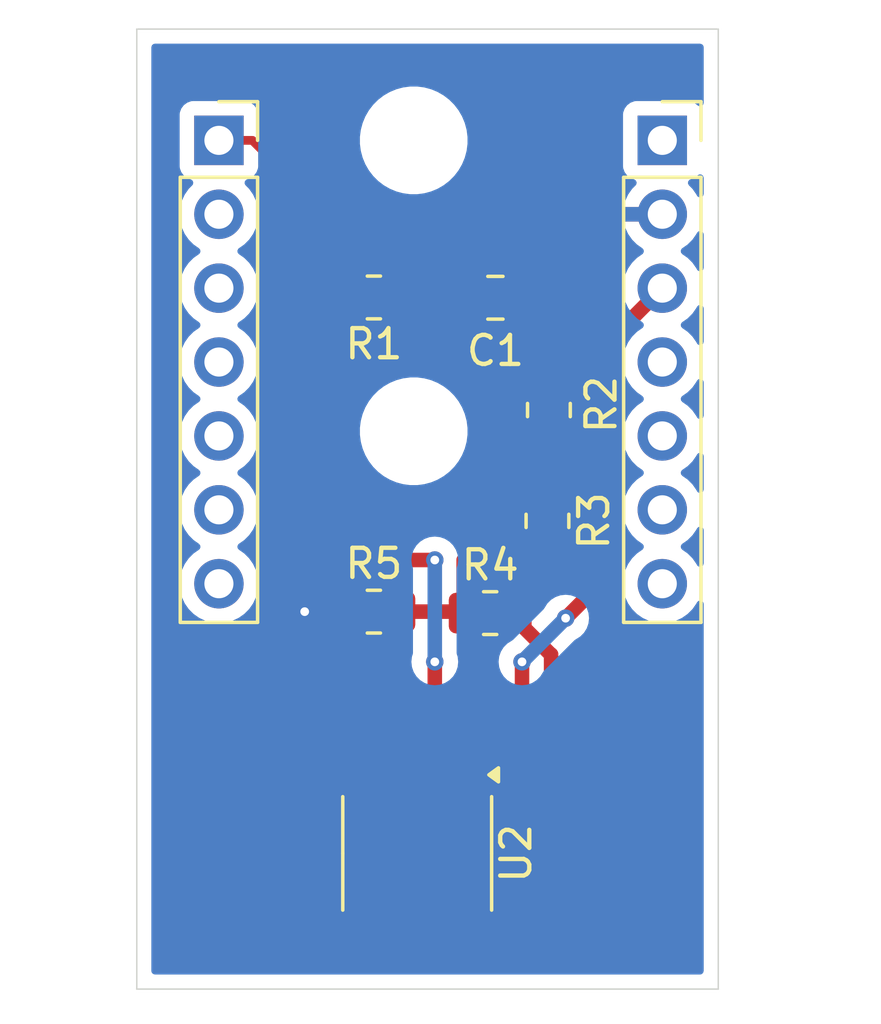
<source format=kicad_pcb>
(kicad_pcb (version 20240108) (generator "pcbnew") (generator_version "8.0")
  (layers (0 "F.Cu" signal) (31 "B.Cu" power) (34 "B.Paste" user) (35 "F.Paste" user) (36 "B.SilkS" user "B.Silkscreen") (37 "F.SilkS" user "F.Silkscreen") (38 "B.Mask" user) (39 "F.Mask" user) (44 "Edge.Cuts" user))
  (net 0 "")
  (net 1 "D0{slash}A0 (ADC)")
  (net 2 "GND")
  (net 3 "Net-(J1-Pin_1)")
  (net 8 "+3.3V")
  (net 16 "Net-(U2A--)")
  (net 17 "Net-(R2-Pad1)")
  (net 18 "Net-(U2A-+)")
  (footprint "MountingHole:MountingHole_3.2mm_M3" (layer "F.Cu") (at 120.525 60.825)
    (property "Reference" "H1")
    (property "Value" "MountingHole")
    (pad "" np_thru_hole circle (at 0 0) (size 3.2 3.2) (drill 3.2) (layers "*.Cu" "*.Mask"))
  )
  (footprint "MountingHole:MountingHole_3.2mm_M3" (layer "F.Cu") (at 120.525 70.825)
    (property "Reference" "H2")
    (property "Value" "MountingHole")
    (pad "" np_thru_hole circle (at 0 0) (size 3.2 3.2) (drill 3.2) (layers "*.Cu" "*.Mask"))
  )
  (footprint "Capacitor_SMD:C_0805_2012Metric" (layer "F.Cu") (at 123.335 66.235)
    (property "Reference" "C1" (at 0 1.82 360) (layer "F.SilkS"))
    (property "Value" "100nF")
    (fp_line (start -0.261252 -0.735) (end 0.261252 -0.735) (stroke (width 0.12)) (layer "F.SilkS"))
    (fp_line (start -0.261252 0.735) (end 0.261252 0.735) (stroke (width 0.12)) (layer "F.SilkS"))
    (pad "1" smd roundrect (at -0.95 0) (size 1 1.45) (layers "F.Cu" "F.Paste" "F.Mask") (net 1 "D0{slash}A0 (ADC)"))
    (pad "2" smd roundrect (at 0.95 0) (size 1 1.45) (layers "F.Cu" "F.Paste" "F.Mask") (net 2 "GND"))
  )
  (footprint "Connector_PinSocket_2.54mm:PinSocket_1x07_P2.54mm_Vertical" (layer "F.Cu") (at 129.075 60.825)
    (property "Reference" "J3")
    (property "Value" "Conn_01x07_Socket")
    (fp_line (start -1.33 1.27) (end -1.33 16.57) (stroke (width 0.12)) (layer "F.SilkS"))
    (fp_line (start -1.33 1.27) (end 1.33 1.27) (stroke (width 0.12)) (layer "F.SilkS"))
    (fp_line (start -1.33 16.57) (end 1.33 16.57) (stroke (width 0.12)) (layer "F.SilkS"))
    (fp_line (start 0 -1.33) (end 1.33 -1.33) (stroke (width 0.12)) (layer "F.SilkS"))
    (fp_line (start 1.33 -1.33) (end 1.33 0) (stroke (width 0.12)) (layer "F.SilkS"))
    (fp_line (start 1.33 1.27) (end 1.33 16.57) (stroke (width 0.12)) (layer "F.SilkS"))
    (pad "1" thru_hole rect (at 0 0) (size 1.7 1.7) (drill 1) (layers "*.Cu" "*.Mask"))
    (pad "2" thru_hole oval (at 0 2.54) (size 1.7 1.7) (drill 1) (layers "*.Cu" "*.Mask") (net 2 "GND"))
    (pad "3" thru_hole oval (at 0 5.08) (size 1.7 1.7) (drill 1) (layers "*.Cu" "*.Mask") (net 8 "+3.3V"))
    (pad "4" thru_hole oval (at 0 7.62) (size 1.7 1.7) (drill 1) (layers "*.Cu" "*.Mask"))
    (pad "5" thru_hole oval (at 0 10.16) (size 1.7 1.7) (drill 1) (layers "*.Cu" "*.Mask"))
    (pad "6" thru_hole oval (at 0 12.7) (size 1.7 1.7) (drill 1) (layers "*.Cu" "*.Mask"))
    (pad "7" thru_hole oval (at 0 15.24) (size 1.7 1.7) (drill 1) (layers "*.Cu" "*.Mask"))
  )
  (footprint "Resistor_SMD:R_0805_2012Metric" (layer "F.Cu") (at 119.155 66.225)
    (property "Reference" "R1" (at 0 1.6 360) (layer "F.SilkS"))
    (property "Value" "1k")
    (fp_line (start -0.227064 -0.735) (end 0.227064 -0.735) (stroke (width 0.12)) (layer "F.SilkS"))
    (fp_line (start -0.227064 0.735) (end 0.227064 0.735) (stroke (width 0.12)) (layer "F.SilkS"))
    (pad "1" smd roundrect (at -0.9125 0) (size 1.025 1.4) (layers "F.Cu" "F.Paste" "F.Mask") (roundrect_rratio 0.243902) (net 16 "Net-(U2A--)"))
    (pad "2" smd roundrect (at 0.9125 0) (size 1.025 1.4) (layers "F.Cu" "F.Paste" "F.Mask") (roundrect_rratio 0.243902) (net 1 "D0{slash}A0 (ADC)"))
  )
  (footprint "Resistor_SMD:R_0805_2012Metric" (layer "F.Cu") (at 119.155 77.025)
    (property "Reference" "R5" (at 0 -1.65 0) (layer "F.SilkS"))
    (property "Value" "10k")
    (fp_line (start -0.227064 -0.735) (end 0.227064 -0.735) (stroke (width 0.12)) (layer "F.SilkS"))
    (fp_line (start -0.227064 0.735) (end 0.227064 0.735) (stroke (width 0.12)) (layer "F.SilkS"))
    (pad "1" smd roundrect (at -0.9125 0) (size 1.025 1.4) (layers "F.Cu" "F.Paste" "F.Mask") (roundrect_rratio 0.243902) (net 2 "GND"))
    (pad "2" smd roundrect (at 0.9125 0) (size 1.025 1.4) (layers "F.Cu" "F.Paste" "F.Mask") (roundrect_rratio 0.243902) (net 18 "Net-(U2A-+)"))
  )
  (footprint "Connector_PinSocket_2.54mm:PinSocket_1x07_P2.54mm_Vertical" (layer "F.Cu") (at 113.825 60.825)
    (property "Reference" "J4")
    (property "Value" "Conn_01x07_Socket")
    (fp_line (start -1.33 1.27) (end -1.33 16.57) (stroke (width 0.12)) (layer "F.SilkS"))
    (fp_line (start -1.33 1.27) (end 1.33 1.27) (stroke (width 0.12)) (layer "F.SilkS"))
    (fp_line (start -1.33 16.57) (end 1.33 16.57) (stroke (width 0.12)) (layer "F.SilkS"))
    (fp_line (start 0 -1.33) (end 1.33 -1.33) (stroke (width 0.12)) (layer "F.SilkS"))
    (fp_line (start 1.33 -1.33) (end 1.33 0) (stroke (width 0.12)) (layer "F.SilkS"))
    (fp_line (start 1.33 1.27) (end 1.33 16.57) (stroke (width 0.12)) (layer "F.SilkS"))
    (pad "1" thru_hole rect (at 0 0) (size 1.7 1.7) (drill 1) (layers "*.Cu" "*.Mask") (net 1 "D0{slash}A0 (ADC)"))
    (pad "2" thru_hole oval (at 0 2.54) (size 1.7 1.7) (drill 1) (layers "*.Cu" "*.Mask"))
    (pad "3" thru_hole oval (at 0 5.08) (size 1.7 1.7) (drill 1) (layers "*.Cu" "*.Mask"))
    (pad "4" thru_hole oval (at 0 7.62) (size 1.7 1.7) (drill 1) (layers "*.Cu" "*.Mask"))
    (pad "5" thru_hole oval (at 0 10.16) (size 1.7 1.7) (drill 1) (layers "*.Cu" "*.Mask"))
    (pad "6" thru_hole oval (at 0 12.7) (size 1.7 1.7) (drill 1) (layers "*.Cu" "*.Mask"))
    (pad "7" thru_hole oval (at 0 15.24) (size 1.7 1.7) (drill 1) (layers "*.Cu" "*.Mask"))
  )
  (footprint "Resistor_SMD:R_0805_2012Metric" (layer "F.Cu") (at 123.155 77.075)
    (property "Reference" "R4" (at 0 -1.65 0) (layer "F.SilkS"))
    (property "Value" "680k")
    (fp_line (start -0.227064 -0.735) (end 0.227064 -0.735) (stroke (width 0.12)) (layer "F.SilkS"))
    (fp_line (start -0.227064 0.735) (end 0.227064 0.735) (stroke (width 0.12)) (layer "F.SilkS"))
    (pad "1" smd roundrect (at -0.9125 0) (size 1.025 1.4) (layers "F.Cu" "F.Paste" "F.Mask") (roundrect_rratio 0.243902) (net 18 "Net-(U2A-+)"))
    (pad "2" smd roundrect (at 0.9125 0) (size 1.025 1.4) (layers "F.Cu" "F.Paste" "F.Mask") (roundrect_rratio 0.243902) (net 3 "Net-(J1-Pin_1)"))
  )
  (footprint "Connector_Wire:SolderWirePad_1x01_SMD_5x10mm" (layer "F.Cu") (at 114.525 84.025)
    (property "Reference" "J2")
    (property "Value" "Conn_01x01_Pin")
    (pad "1" smd rect (at 0 0) (size 5 10) (layers "F.Cu" "F.Paste" "F.Mask") (net 2 "GND"))
  )
  (footprint "Resistor_SMD:R_0805_2012Metric" (layer "F.Cu") (at 125.125 73.905 90)
    (property "Reference" "R3" (at 0 1.6 90) (layer "F.SilkS"))
    (property "Value" "1k")
    (fp_line (start -0.227064 -0.735) (end 0.227064 -0.735) (stroke (width 0.12)) (layer "F.SilkS"))
    (fp_line (start -0.227064 0.735) (end 0.227064 0.735) (stroke (width 0.12)) (layer "F.SilkS"))
    (pad "1" smd roundrect (at -0.9125 0 90) (size 1.025 1.4) (layers "F.Cu" "F.Paste" "F.Mask") (roundrect_rratio 0.243902) (net 18 "Net-(U2A-+)"))
    (pad "2" smd roundrect (at 0.9125 0 90) (size 1.025 1.4) (layers "F.Cu" "F.Paste" "F.Mask") (roundrect_rratio 0.243902) (net 17 "Net-(R2-Pad1)"))
  )
  (footprint "Connector_Wire:SolderWirePad_1x01_SMD_5x10mm" (layer "F.Cu") (at 127.775 83.975 180)
    (property "Reference" "J1")
    (property "Value" "Conn_01x01_Pin")
    (pad "1" smd rect (at 0 0 180) (size 5 10) (layers "F.Cu" "F.Paste" "F.Mask") (net 3 "Net-(J1-Pin_1)"))
  )
  (footprint "Package_SO:SOIC-8_3.9x4.9mm_P1.27mm" (layer "F.Cu") (at 120.645 85.335 -90)
    (property "Reference" "U2" (at 0 -3.4 90) (layer "F.SilkS"))
    (property "Value" "LM358")
    (fp_line (start 0 2.56) (end -1.95 2.56) (stroke (width 0.12)) (layer "F.SilkS"))
    (fp_line (start 0 2.56) (end 1.95 2.56) (stroke (width 0.12)) (layer "F.SilkS"))
    (fp_line (start 0 -2.56) (end -1.95 -2.56) (stroke (width 0.12)) (layer "F.SilkS"))
    (fp_line (start 0 -2.56) (end 1.95 -2.56) (stroke (width 0.12)) (layer "F.SilkS"))
    (fp_poly (pts (xy -2.7 -2.465) (xy -2.94 -2.795) (xy -2.46 -2.795) (xy -2.7 -2.465)) (stroke (width 0.12)) (fill solid) (layer "F.SilkS"))
    (pad "1" smd roundrect (at -2.475 -1.905 270) (size 1.95 0.6) (layers "F.Cu" "F.Paste" "F.Mask") (net 16 "Net-(U2A--)"))
    (pad "2" smd roundrect (at -2.475 -0.635 270) (size 1.95 0.6) (layers "F.Cu" "F.Paste" "F.Mask") (net 16 "Net-(U2A--)"))
    (pad "3" smd roundrect (at -2.475 0.635 270) (size 1.95 0.6) (layers "F.Cu" "F.Paste" "F.Mask") (net 18 "Net-(U2A-+)"))
    (pad "4" smd roundrect (at -2.475 1.905 270) (size 1.95 0.6) (layers "F.Cu" "F.Paste" "F.Mask") (net 2 "GND"))
    (pad "5" smd roundrect (at 2.475 1.905 270) (size 1.95 0.6) (layers "F.Cu" "F.Paste" "F.Mask"))
    (pad "6" smd roundrect (at 2.475 0.635 270) (size 1.95 0.6) (layers "F.Cu" "F.Paste" "F.Mask"))
    (pad "7" smd roundrect (at 2.475 -0.635 270) (size 1.95 0.6) (layers "F.Cu" "F.Paste" "F.Mask"))
    (pad "8" smd roundrect (at 2.475 -1.905 270) (size 1.95 0.6) (layers "F.Cu" "F.Paste" "F.Mask") (net 8 "+3.3V"))
  )
  (footprint "Resistor_SMD:R_0805_2012Metric" (layer "F.Cu") (at 125.175 70.095 90)
    (property "Reference" "R2" (at 0.19 1.8 90) (layer "F.SilkS"))
    (property "Value" "10k")
    (fp_line (start -0.227064 -0.735) (end 0.227064 -0.735) (stroke (width 0.12)) (layer "F.SilkS"))
    (fp_line (start -0.227064 0.735) (end 0.227064 0.735) (stroke (width 0.12)) (layer "F.SilkS"))
    (pad "1" smd roundrect (at -0.9125 0 90) (size 1.025 1.4) (layers "F.Cu" "F.Paste" "F.Mask") (roundrect_rratio 0.243902) (net 17 "Net-(R2-Pad1)"))
    (pad "2" smd roundrect (at 0.9125 0 90) (size 1.025 1.4) (layers "F.Cu" "F.Paste" "F.Mask") (roundrect_rratio 0.243902) (net 8 "+3.3V"))
  )
  (gr_line (start 131 90) (end 131 57) (stroke (width 0.05)) (layer "Edge.Cuts"))
  (gr_line (start 111 90) (end 131 90) (stroke (width 0.05)) (layer "Edge.Cuts"))
  (gr_line (start 111 57) (end 111 90) (stroke (width 0.05)) (layer "Edge.Cuts"))
  (gr_line (start 131 57) (end 111 57) (stroke (width 0.05)) (layer "Edge.Cuts"))
  (segment (start 114.975 60.825) (end 120.0675 65.9175) (width 0.3) (layer "F.Cu") (net 1))
  (segment (start 113.825 60.825) (end 114.975 60.825) (width 0.3) (layer "F.Cu") (net 1))
  (segment (start 120.0675 65.9175) (end 120.0675 66.225) (width 0.3) (layer "F.Cu") (net 1))
  (segment (start 122.375 66.225) (end 122.385 66.235) (width 0.3) (layer "F.Cu") (net 1))
  (segment (start 120.0675 66.225) (end 122.375 66.225) (width 0.3) (layer "F.Cu") (net 1))
  (segment (start 114.525 80.975) (end 114.525 84.025) (width 0.5) (layer "F.Cu") (net 2))
  (segment (start 118.74 82.86) (end 115.69 82.86) (width 0.5) (layer "F.Cu") (net 2))
  (segment (start 115.69 82.86) (end 114.525 84.025) (width 0.5) (layer "F.Cu") (net 2))
  (segment (start 118.2425 77.025) (end 118.2425 77.2575) (width 0.5) (layer "F.Cu") (net 2))
  (segment (start 124.285 66.235) (end 127.155 63.365) (width 0.5) (layer "F.Cu") (net 2))
  (segment (start 127.155 63.365) (end 129.075 63.365) (width 0.5) (layer "F.Cu") (net 2))
  (segment (start 116.75 77) (end 116.775 77.025) (width 0.5) (layer "F.Cu") (net 2))
  (segment (start 114.525 84.025) (end 115.5 83.05) (width 0.5) (layer "F.Cu") (net 2))
  (segment (start 118.2425 77.025) (end 116.775 77.025) (width 0.5) (layer "F.Cu") (net 2))
  (segment (start 118.2425 77.2575) (end 114.525 80.975) (width 0.5) (layer "F.Cu") (net 2))
  (via (at 116.775 77.025) (size 0.6) (drill 0.3) (layers "F.Cu" "B.Cu") (net 2))
  (segment (start 125.25 78.5) (end 125.25 81.45) (width 0.5) (layer "F.Cu") (net 3))
  (segment (start 125.2425 78.5) (end 125.25 78.5) (width 0.5) (layer "F.Cu") (net 3))
  (segment (start 125.25 81.45) (end 127.775 83.975) (width 0.5) (layer "F.Cu") (net 3))
  (segment (start 123.8175 77.075) (end 125.2425 78.5) (width 0.5) (layer "F.Cu") (net 3))
  (segment (start 126.75 76.25) (end 125.75 77.25) (width 0.5) (layer "F.Cu") (net 8))
  (segment (start 126.75 69.25) (end 127 69) (width 0.5) (layer "F.Cu") (net 8))
  (segment (start 127 67.98) (end 129.075 65.905) (width 0.5) (layer "F.Cu") (net 8))
  (segment (start 125.175 69.1825) (end 126.6825 69.1825) (width 0.5) (layer "F.Cu") (net 8))
  (segment (start 126.6825 69.1825) (end 126.75 69.25) (width 0.5) (layer "F.Cu") (net 8))
  (segment (start 124.25 86.11) (end 122.55 87.81) (width 0.5) (layer "F.Cu") (net 8))
  (segment (start 124.25 78.75) (end 124.25 86.11) (width 0.5) (layer "F.Cu") (net 8))
  (segment (start 127 69) (end 127 67.98) (width 0.5) (layer "F.Cu") (net 8))
  (segment (start 126.75 69.25) (end 126.75 76.25) (width 0.5) (layer "F.Cu") (net 8))
  (via (at 124.25 78.75) (size 0.6) (drill 0.3) (layers "F.Cu" "B.Cu") (net 8))
  (via (at 125.75 77.25) (size 0.6) (drill 0.3) (layers "F.Cu" "B.Cu") (net 8))
  (segment (start 125.75 77.25) (end 124.25 78.75) (width 0.5) (layer "B.Cu") (net 8))
  (segment (start 121.25 78.75) (end 121.25 82.83) (width 0.5) (layer "F.Cu") (net 16))
  (segment (start 118.2425 66.225) (end 116.775 66.225) (width 0.5) (layer "F.Cu") (net 16))
  (segment (start 121.25 82.83) (end 121.28 82.86) (width 0.5) (layer "F.Cu") (net 16))
  (segment (start 121.28 82.86) (end 122.55 82.86) (width 0.5) (layer "F.Cu") (net 16))
  (segment (start 116.775 66.225) (end 116.5 66.5) (width 0.5) (layer "F.Cu") (net 16))
  (segment (start 116.5 75.25) (end 121.25 75.25) (width 0.5) (layer "F.Cu") (net 16))
  (segment (start 116.5 66.5) (end 116.5 75.25) (width 0.5) (layer "F.Cu") (net 16))
  (via (at 121.25 75.25) (size 0.6) (drill 0.3) (layers "F.Cu" "B.Cu") (net 16))
  (via (at 121.25 78.75) (size 0.6) (drill 0.3) (layers "F.Cu" "B.Cu") (net 16))
  (segment (start 121.25 75.25) (end 121.25 78.75) (width 0.5) (layer "B.Cu") (net 16))
  (segment (start 125.175 72.9425) (end 125.125 72.9925) (width 0.5) (layer "F.Cu") (net 17))
  (segment (start 125.175 71.0075) (end 125.175 72.9425) (width 0.5) (layer "F.Cu") (net 17))
  (segment (start 120.0675 77.025) (end 120.0675 82.8025) (width 0.5) (layer "F.Cu") (net 18))
  (segment (start 120.0675 82.8025) (end 120.01 82.86) (width 0.5) (layer "F.Cu") (net 18))
  (segment (start 122.2425 75.2575) (end 122.2425 77.075) (width 0.5) (layer "F.Cu") (net 18))
  (segment (start 122.6825 74.8175) (end 122.2425 75.2575) (width 0.5) (layer "F.Cu") (net 18))
  (segment (start 122.1925 77.025) (end 122.2425 77.075) (width 0.5) (layer "F.Cu") (net 18))
  (segment (start 120.0675 77.025) (end 122.1925 77.025) (width 0.5) (layer "F.Cu") (net 18))
  (segment (start 125.125 74.8175) (end 122.6825 74.8175) (width 0.5) (layer "F.Cu") (net 18))
  (zone (net 2) (net_name "GND") (layer "B.Cu") (connect_pads (clearance 0.5)) (min_thickness 0.25) (fill yes (thermal_gap 0.5) (thermal_bridge_width 0.5) (island_removal_mode 1) (island_area_min 10))
    (polygon (pts (xy 110 56) (xy 132 56) (xy 132 91) (xy 110 91)))
  )
)
</source>
